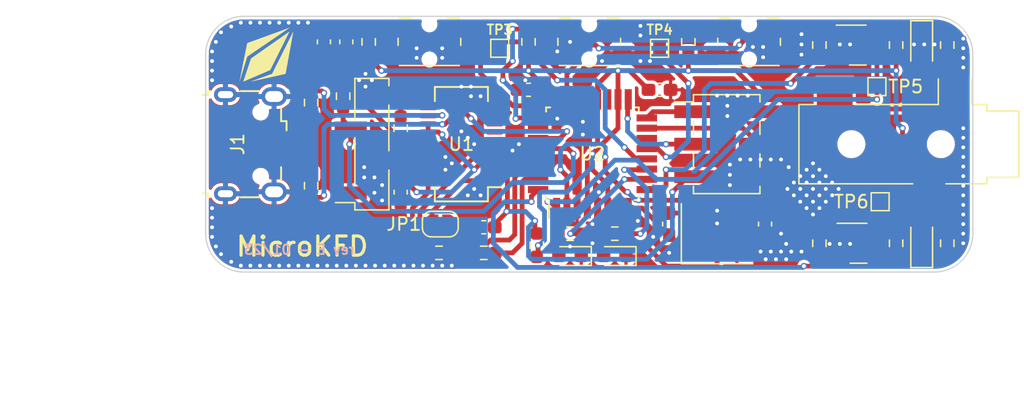
<source format=kicad_pcb>
(kicad_pcb (version 20211014) (generator pcbnew)
  (title_block (title "MicroKFD") (date "2023-01-18") (rev "E") (company "W3AXL") (comment 1 "Revised to use 328P and FT231XS"))
  (layers (0 "F.Cu" signal) (31 "B.Cu" signal) (34 "B.Paste" user) (35 "F.Paste" user) (36 "B.SilkS" user "B.Silkscreen") (37 "F.SilkS" user "F.Silkscreen") (38 "B.Mask" user) (39 "F.Mask" user) (44 "Edge.Cuts" user))
  (net 0 "")
  (net 1 "GND")
  (net 2 "+5V")
  (net 3 "Net-(C5-Pad1)")
  (net 4 "Net-(C6-Pad1)")
  (net 5 "~{RESET}")
  (net 6 "Net-(C9-Pad2)")
  (net 7 "Net-(C10-Pad2)")
  (net 8 "Net-(D1-Pad2)")
  (net 9 "Net-(D2-Pad2)")
  (net 10 "TWI_D_RX")
  (net 11 "TWI_S_RX")
  (net 13 "MISO")
  (net 14 "SCK")
  (net 15 "MOSI")
  (net 16 "SCL")
  (net 17 "SDA")
  (net 18 "KFD_SENSE")
  (net 19 "KFD_DATA")
  (net 20 "Net-(JP1-Pad1)")
  (net 21 "Net-(Q1-Pad1)")
  (net 22 "Net-(Q2-Pad1)")
  (net 23 "Net-(R1-Pad2)")
  (net 24 "Net-(R2-Pad2)")
  (net 25 "S_TX")
  (net 26 "Net-(R6-Pad2)")
  (net 27 "S_RX")
  (net 28 "Net-(R7-Pad2)")
  (net 29 "Net-(R8-Pad2)")
  (net 30 "Net-(R9-Pad2)")
  (net 31 "A0")
  (net 32 "A1")
  (net 33 "TWI_D_TX")
  (net 34 "TWI_S_TX")
  (net 35 "A2")
  (net 36 "GPIO1")
  (net 37 "GPIO2")
  (net 51 "Net-(J1-Pad2)")
  (net 52 "Net-(J1-Pad3)")
  (footprint "LED_SMD:LED_0603_1608Metric_Pad1.05x0.95mm_HandSolder" (layer "F.Cu") (at 127 108.75 180)
    (fp_text reference "D2" hide)
    (fp_text value "D_ACT")
  )
  (footprint "Package_TO_SOT_SMD:SOT-23" (layer "F.Cu") (at 146.0625 107.75)
    (fp_text reference "Q2" hide)
    (fp_text value "MMBT3904")
  )
  (footprint "Capacitor_SMD:C_0603_1608Metric_Pad1.08x0.95mm_HandSolder" (layer "F.Cu") (at 138.75 106.25 90)
    (fp_text reference "C10" hide)
    (fp_text value "10pF")
  )
  (footprint "Package_SO:SSOP-20_3.9x8.7mm_P0.635mm" (layer "F.Cu") (at 115 100 180)
    (fp_text reference "U1")
    (fp_text value "FT231XS")
  )
  (footprint "Resistor_SMD:R_0603_1608Metric_Pad0.98x0.95mm_HandSolder" (layer "F.Cu") (at 105.75 96.25 90)
    (fp_text reference "R5" hide)
    (fp_text value "10k")
  )
  (footprint "Resistor_SMD:R_0603_1608Metric_Pad0.98x0.95mm_HandSolder" (layer "F.Cu") (at 116.75 108.5)
    (fp_text reference "R7" hide)
    (fp_text value "1k")
  )
  (footprint "Resistor_SMD:R_0603_1608Metric_Pad0.98x0.95mm_HandSolder" (layer "F.Cu") (at 120.25 92 -90)
    (fp_text reference "R16" hide)
    (fp_text value "10k")
  )
  (footprint "Capacitor_SMD:C_0603_1608Metric_Pad1.08x0.95mm_HandSolder" (layer "F.Cu") (at 120.25 95.75)
    (fp_text reference "C7" hide)
    (fp_text value "0.1uF")
  )
  (footprint "TestPoint:TestPoint_Pad_1.0x1.0mm" (layer "F.Cu") (at 147.5 95.5)
    (fp_text reference "TP5")
    (fp_text value "KFD_DATA")
  )
  (footprint "Resistor_SMD:R_0603_1608Metric_Pad0.98x0.95mm_HandSolder" (layer "F.Cu") (at 110.25 98.75 -90)
    (fp_text reference "R4" hide)
    (fp_text value "10k")
  )
  (footprint "Resistor_SMD:R_0603_1608Metric_Pad0.98x0.95mm_HandSolder" (layer "F.Cu") (at 143 107.75 -90)
    (fp_text reference "R13" hide)
    (fp_text value "1k")
  )
  (footprint "TestPoint:TestPoint_Pad_1.0x1.0mm" (layer "F.Cu") (at 147.75 104.5)
    (fp_text reference "TP6")
    (fp_text value "KFD_SENSE")
  )
  (footprint "Resistor_SMD:R_0603_1608Metric_Pad0.98x0.95mm_HandSolder" (layer "F.Cu") (at 127 107)
    (fp_text reference "R9" hide)
    (fp_text value "1k")
  )
  (footprint "Capacitor_SMD:C_0603_1608Metric_Pad1.08x0.95mm_HandSolder" (layer "F.Cu") (at 110.25 103.75 -90)
    (fp_text reference "C5" hide)
    (fp_text value "0.1uF")
  )
  (footprint "Resistor_SMD:R_0603_1608Metric_Pad0.98x0.95mm_HandSolder" (layer "F.Cu") (at 103.25 103.25 -90)
    (fp_text reference "R2" hide)
    (fp_text value "22R")
  )
  (footprint "TestPoint:TestPoint_Pad_1.0x1.0mm" (layer "F.Cu") (at 130.5 92.5)
    (fp_text reference "TP4")
    (fp_text value "GPIO2")
  )
  (footprint "Connector_PinHeader_2.54mm:PinHeader_1x04_P2.54mm_Vertical_SMD_Pin1Right" (layer "F.Cu") (at 108 100 180)
    (fp_text reference "J3" hide)
    (fp_text value "OLED")
  )
  (footprint "Crystal:Crystal_SMD_SeikoEpson_FA238V-4Pin_3.2x2.5mm_HandSoldering" (layer "F.Cu") (at 135 107)
    (fp_text reference "Y1" hide)
    (fp_text value "16MHz")
  )
  (footprint "Connector_Audio:Jack_3.5mm_CUI_SJ-3523-SMT_Horizontal" (layer "F.Cu") (at 150 100 -90)
    (fp_text reference "J4" hide)
    (fp_text value "AudioJack3")
  )
  (footprint "LED_SMD:LED_0603_1608Metric_Pad1.05x0.95mm_HandSolder" (layer "F.Cu") (at 123.5 108.75 180)
    (fp_text reference "D1" hide)
    (fp_text value "D_SNS")
  )
  (footprint "Capacitor_SMD:C_0603_1608Metric_Pad1.08x0.95mm_HandSolder" (layer "F.Cu") (at 130.5 95.75 180)
    (fp_text reference "C8" hide)
    (fp_text value "0.1uF")
  )
  (footprint "Package_QFP:TQFP-32_7x7mm_P0.8mm" (layer "F.Cu") (at 125.25 100.75 90)
    (fp_text reference "U2")
    (fp_text value "ATmega328P-A")
  )
  (footprint "Capacitor_SMD:C_0603_1608Metric_Pad1.08x0.95mm_HandSolder" (layer "F.Cu") (at 106 92 90)
    (fp_text reference "C2" hide)
    (fp_text value "0.1uF")
  )
  (footprint "Connector_USB:USB_Micro-B_Wuerth_629105150521" (layer "F.Cu") (at 98.5 100 -90)
    (fp_text reference "J1")
    (fp_text value "USB_B_Micro")
  )
  (footprint "Resistor_SMD:R_0603_1608Metric_Pad0.98x0.95mm_HandSolder" (layer "F.Cu") (at 149 92.25 -90)
    (fp_text reference "R14" hide)
    (fp_text value "10k")
  )
  (footprint "TestPoint:TestPoint_Pad_1.0x1.0mm" (layer "F.Cu") (at 118 92.5)
    (fp_text reference "TP3")
    (fp_text value "GPIO1")
  )
  (footprint "Jumper:SolderJumper-2_P1.3mm_Bridged_RoundedPad1.0x1.5mm" (layer "F.Cu") (at 113.35 106.25)
    (fp_text reference "JP1")
    (fp_text value "RST_EN")
  )
  (footprint "Button_Switch_SMD:Panasonic_EVQPUM_EVQPUD" (layer "F.Cu") (at 137.5 92)
    (fp_text reference "SW1" hide)
    (fp_text value "SW_UP")
  )
  (footprint "Capacitor_SMD:C_0603_1608Metric_Pad1.08x0.95mm_HandSolder" (layer "F.Cu") (at 104.25 92 90)
    (fp_text reference "C4" hide)
    (fp_text value "10uF")
  )
  (footprint "Resistor_SMD:R_0603_1608Metric_Pad0.98x0.95mm_HandSolder" (layer "F.Cu") (at 123.5 107)
    (fp_text reference "R8" hide)
    (fp_text value "1k")
  )
  (footprint "w3axl-logos:logo-4.2x4.2" (layer "F.Cu") (at 99.75 93)
    (fp_text reference "G***" hide)
    (fp_text value "LOGO" hide)
  )
  (footprint "Resistor_SMD:R_0603_1608Metric_Pad0.98x0.95mm_HandSolder" (layer "F.Cu") (at 120.9 107.9 -90)
    (fp_text reference "R3" hide)
    (fp_text value "10k")
  )
  (footprint "Resistor_SMD:R_0603_1608Metric_Pad0.98x0.95mm_HandSolder" (layer "F.Cu") (at 113.25 108.5)
    (fp_text reference "R6" hide)
    (fp_text value "1k")
  )
  (footprint "Diode_SMD:D_SOD-323_HandSoldering" (layer "F.Cu") (at 151 92.25 -90)
    (fp_text reference "D3" hide)
    (fp_text value "6.3V")
  )
  (footprint "Capacitor_SMD:C_0603_1608Metric_Pad1.08x0.95mm_HandSolder" (layer "F.Cu") (at 131.25 106.25 -90)
    (fp_text reference "C9" hide)
    (fp_text value "10pF")
  )
  (footprint "Resistor_SMD:R_0603_1608Metric_Pad0.98x0.95mm_HandSolder" (layer "F.Cu") (at 132.75 92 -90)
    (fp_text reference "R10" hide)
    (fp_text value "10k")
  )
  (footprint "Button_Switch_SMD:Panasonic_EVQPUM_EVQPUD" (layer "F.Cu") (at 125 92)
    (fp_text reference "SW3" hide)
    (fp_text value "SW_ENT")
  )
  (footprint "Resistor_SMD:R_0603_1608Metric_Pad0.98x0.95mm_HandSolder" (layer "F.Cu") (at 149 107.75 90)
    (fp_text reference "R15" hide)
    (fp_text value "10k")
  )
  (footprint "Resistor_SMD:R_0603_1608Metric_Pad0.98x0.95mm_HandSolder" (layer "F.Cu") (at 103.25 96.75 90)
    (fp_text reference "R1" hide)
    (fp_text value "22R")
  )
  (footprint "Connector_PinHeader_2.54mm:PinHeader_2x03_P2.54mm_Vertical_SMD" (layer "F.Cu") (at 135.75 100)
    (fp_text reference "J2" hide)
    (fp_text value "AVR-ISP-6")
  )
  (footprint "Resistor_SMD:R_0603_1608Metric_Pad0.98x0.95mm_HandSolder" (layer "F.Cu") (at 107.75 92 -90)
    (fp_text reference "R11" hide)
    (fp_text value "10k")
  )
  (footprint "Resistor_SMD:R_0603_1608Metric_Pad0.98x0.95mm_HandSolder" (layer "F.Cu") (at 143 92.25 -90)
    (fp_text reference "R12" hide)
    (fp_text value "1k")
  )
  (footprint "Resistor_SMD:R_0603_1608Metric_Pad0.98x0.95mm_HandSolder" (layer "F.Cu") (at 153 92.25 90)
    (fp_text reference "R17" hide)
    (fp_text value "220")
  )
  (footprint "Diode_SMD:D_SOD-323_HandSoldering" (layer "F.Cu") (at 151 107.75 90)
    (fp_text reference "D4" hide)
    (fp_text value "6.3V")
  )
  (footprint "Resistor_SMD:R_0603_1608Metric_Pad0.98x0.95mm_HandSolder" (layer "F.Cu") (at 153 107.75 -90)
    (fp_text reference "R18" hide)
    (fp_text value "220")
  )
  (footprint "Button_Switch_SMD:Panasonic_EVQPUM_EVQPUD" (layer "F.Cu") (at 112.5 92)
    (fp_text reference "SW2" hide)
    (fp_text value "SW_DN")
  )
  (footprint "Capacitor_SMD:C_0603_1608Metric_Pad1.08x0.95mm_HandSolder" (layer "F.Cu") (at 116.75 106.5)
    (fp_text reference "C6" hide)
    (fp_text value "0.1uF")
  )
  (footprint "Package_TO_SOT_SMD:SOT-23" (layer "F.Cu") (at 146 92.25)
    (fp_text reference "Q1" hide)
    (fp_text value "MMBT3904")
  )
  (gr_line (start 152 110) (end 98 110) (layer "Edge.Cuts") (width 0.1))
  (gr_arc (start 152 90) (mid 154.12132 90.87868) (end 155 93) (layer "Edge.Cuts") (width 0.1))
  (gr_arc (start 155 107) (mid 154.12132 109.12132) (end 152 110) (layer "Edge.Cuts") (width 0.1))
  (gr_line (start 155 93) (end 155 107) (layer "Edge.Cuts") (width 0.1))
  (gr_line (start 98 90) (end 152 90) (layer "Edge.Cuts") (width 0.1))
  (gr_line (start 95 107) (end 95 93) (layer "Edge.Cuts") (width 0.1))
  (gr_arc (start 98 110) (mid 95.87868 109.12132) (end 95 107) (layer "Edge.Cuts") (width 0.1))
  (gr_arc (start 95 93) (mid 95.87868 90.87868) (end 98 90) (layer "Edge.Cuts") (width 0.1))
  (gr_text "rev E - 01/23" (at 106.75 108.25) (layer "B.SilkS") (effects (font (size 0.75 0.75)) (justify left mirror)))
  (gr_text "MicroKFD" (at 97.25 108) (layer "F.SilkS") (effects (font (size 1.5 1.5) (thickness 0.25)) (justify left)))
  (segment (start 133.0875 105.3875) (end 133.45 105.75) (width 0.375) (layer "F.Cu") (net 1))
  (segment (start 131.25 105.3875) (end 133.0875 105.3875) (width 0.375) (layer "F.Cu") (net 1))
  (via (at 125.75 103.75) (size 0.5) (drill 0.3) (layers "F.Cu" "B.Cu") (net 1))
  (via (at 107.5 95.5) (size 0.5) (drill 0.3) (layers "F.Cu" "B.Cu") (net 1))
  (via (at 124.5 98.25) (size 0.5) (drill 0.3) (layers "F.Cu" "B.Cu") (net 1))
  (via (at 140.4 107.8) (size 0.5) (drill 0.3) (layers "F.Cu" "B.Cu") (net 1))
  (via (at 140.6 101.8) (size 0.5) (drill 0.3) (layers "F.Cu" "B.Cu") (net 1))
  (via (at 119 100.5) (size 0.5) (drill 0.3) (layers "F.Cu" "B.Cu") (net 1))
  (via (at 113.5 93.25) (size 0.5) (drill 0.3) (layers "F.Cu" "B.Cu") (net 1))
  (via (at 140 101.2) (size 0.5) (drill 0.3) (layers "F.Cu" "B.Cu") (net 1))
  (via (at 97.75 90.5) (size 0.5) (drill 0.3) (layers "F.Cu" "B.Cu") (net 1))
  (via (at 135.8 96.2) (size 0.5) (drill 0.3) (layers "F.Cu" "B.Cu") (net 1))
  (via (at 115.5 99.5) (size 0.5) (drill 0.3) (layers "F.Cu" "B.Cu") (net 1))
  (via (at 154.25 92.5) (size 0.5) (drill 0.3) (layers "F.Cu" "B.Cu") (net 1))
  (via (at 108.2 103.8) (size 0.5) (drill 0.3) (layers "F.Cu" "B.Cu") (net 1))
  (via (at 97 90.8) (size 0.5) (drill 0.3) (layers "F.Cu" "B.Cu") (net 1))
  (via (at 120 95) (size 0.5) (drill 0.3) (layers "F.Cu" "B.Cu") (net 1))
  (via (at 154.25 93.25) (size 0.5) (drill 0.3) (layers "F.Cu" "B.Cu") (net 1))
  (via (at 143.8 107.8) (size 0.5) (drill 0.3) (layers "F.Cu" "B.Cu") (net 1))
  (via (at 143 104) (size 0.5) (drill 0.3) (layers "F.Cu" "B.Cu") (net 1))
  (via (at 137.8 92.4) (size 0.5) (drill 0.3) (layers "F.Cu" "B.Cu") (net 1))
  (via (at 113.75 102) (size 0.5) (drill 0.3) (layers "F.Cu" "B.Cu") (net 1))
  (via (at 139.2 101.2) (size 0.5) (drill 0.3) (layers "F.Cu" "B.Cu") (net 1))
  (via (at 136 101.6) (size 0.5) (drill 0.3) (layers "F.Cu" "B.Cu") (net 1))
  (via (at 108 95) (size 0.5) (drill 0.3) (layers "F.Cu" "B.Cu") (net 1))
  (via (at 103.75 109.5) (size 0.5) (drill 0.3) (layers "F.Cu" "B.Cu") (net 1))
  (via (at 108.8 103.2) (size 0.5) (drill 0.3) (layers "F.Cu" "B.Cu") (net 1))
  (via (at 102.25 109.5) (size 0.5) (drill 0.3) (layers "F.Cu" "B.Cu") (net 1))
  (via (at 140 108.4) (size 0.5) (drill 0.3) (layers "F.Cu" "B.Cu") (net 1))
  (via (at 112.75 109.5) (size 0.5) (drill 0.3) (layers "F.Cu" "B.Cu") (net 1))
  (via (at 106 109.5) (size 0.5) (drill 0.3) (layers "F.Cu" "B.Cu") (net 1))
  (via (at 150.4 92.2) (size 0.5) (drill 0.3) (layers "F.Cu" "B.Cu") (net 1))
  (via (at 142.5 101.5) (size 0.5) (drill 0.3) (layers "F.Cu" "B.Cu") (net 1))
  (via (at 110.5 109.5) (size 0.5) (drill 0.3) (layers "F.Cu" "B.Cu") (net 1))
  (via (at 136 102.4) (size 0.5) (drill 0.3) (layers "F.Cu" "B.Cu") (net 1))
  (via (at 142 104) (size 0.5) (drill 0.3) (layers "F.Cu" "B.Cu") (net 1))
  (via (at 140.5 103.5) (size 0.5) (drill 0.3) (layers "F.Cu" "B.Cu") (net 1))
  (via (at 99.25 109.5) (size 0.5) (drill 0.3) (layers "F.Cu" "B.Cu") (net 1))
  (via (at 141.6 91.4) (size 0.5) (drill 0.3) (layers "F.Cu" "B.Cu") (net 1))
  (via (at 116.5 104) (size 0.5) (drill 0.3) (layers "F.Cu" "B.Cu") (net 1))
  (via (at 115.75 96.25) (size 0.5) (drill 0.3) (layers "F.Cu" "B.Cu") (net 1))
  (via (at 129 91.5) (size 0.5) (drill 0.3) (layers "F.Cu" "B.Cu") (net 1))
  (via (at 139.6 109) (size 0.5) (drill 0.3) (layers "F.Cu" "B.Cu") (net 1))
  (via (at 107 95) (size 0.5) (drill 0.3) (layers "F.Cu" "B.Cu") (net 1))
  (via (at 131.25 108.5) (size 0.5) (drill 0.3) (layers "F.Cu" "B.Cu") (net 1))
  (via (at 142 105) (size 0.5) (drill 0.3) (layers "F.Cu" "B.Cu") (net 1))
  (via (at 139.2 108.4) (size 0.5) (drill 0.3) (layers "F.Cu" "B.Cu") (net 1))
  (via (at 154.25 105.5) (size 0.5) (drill 0.3) (layers "F.Cu" "B.Cu") (net 1))
  (via (at 154.25 101) (size 0.5) (drill 0.3) (layers "F.Cu" "B.Cu") (net 1))
  (via (at 141.5 104.5) (size 0.5) (drill 0.3) (layers "F.Cu" "B.Cu") (net 1))
  (via (at 107.4 101.8) (size 0.5) (drill 0.3) (layers "F.Cu" "B.Cu") (net 1))
  (via (at 96.2 91.25) (size 0.5) (drill 0.3) (layers "F.Cu" "B.Cu") (net 1))
  (via (at 141.6 108.4) (size 0.5) (drill 0.3) (layers "F.Cu" "B.Cu") (net 1))
  (via (at 136.6 96.2) (size 0.5) (drill 0.3) (layers "F.Cu" "B.Cu") (net 1))
  (via (at 143 102) (size 0.5) (drill 0.3) (layers "F.Cu" "B.Cu") (net 1))
  (via (at 144.6 92.2) (size 0.5) (drill 0.3) (layers "F.Cu" "B.Cu") (net 1))
  (via (at 100 90.5) (size 0.5) (drill 0.3) (layers "F.Cu" "B.Cu") (net 1))
  (via (at 95.5 95) (size 0.5) (drill 0.3) (layers "F.Cu" "B.Cu") (net 1))
  (via (at 138.4 108.4) (size 0.5) (drill 0.3) (layers "F.Cu" "B.Cu") (net 1))
  (via (at 109.75 109.5) (size 0.5) (drill 0.3) (layers "F.Cu" "B.Cu") (net 1))
  (via (at 115 99) (size 0.5) (drill 0.3) (layers "F.Cu" "B.Cu") (net 1))
  (via (at 95.5 93.5) (size 0.5) (drill 0.3) (layers "F.Cu" "B.Cu") (net 1))
  (via (at 137.6 101.2) (size 0.5) (drill 0.3) (layers "F.Cu" "B.Cu") (net 1))
  (via (at 108.8 104.4) (size 0.5) (drill 0.3) (layers "F.Cu" "B.Cu") (net 1))
  (via (at 109 109.5) (size 0.5) (drill 0.3) (layers "F.Cu" "B.Cu") (net 1))
  (via (at 119.5 100) (size 0.5) (drill 0.3) (layers "F.Cu" "B.Cu") (net 1))
  (via (at 129 90.75) (size 0.5) (drill 0.3) (layers "F.Cu" "B.Cu") (net 1))
  (via (at 112 109.5) (size 0.5) (drill 0.3) (layers "F.Cu" "B.Cu") (net 1))
  (via (at 154.25 91.75) (size 0.5) (drill 0.3) (layers "F.Cu" "B.Cu") (net 1))
  (via (at 95.5 92.75) (size 0.5) (drill 0.3) (layers "F.Cu" "B.Cu") (net 1))
  (via (at 141.6 92.2) (size 0.5) (drill 0.3) (layers "F.Cu" "B.Cu") (net 1))
  (via (at 142.5 105.5) (size 0.5) (drill 0.3) (layers "F.Cu" "B.Cu") (net 1))
  (via (at 101.5 109.5) (size 0.5) (drill 0.3) (layers "F.Cu" "B.Cu") (net 1))
  (via (at 103 90.5) (size 0.5) (drill 0.3) (layers "F.Cu" "B.Cu") (net 1))
  (via (at 140.8 108.4) (size 0.5) (drill 0.3) (layers "F.Cu" "B.Cu") (net 1))
  (via (at 145.4 107.8) (size 0.5) (drill 0.3) (layers "F.Cu" "B.Cu") (net 1))
  (via (at 140 107) (size 0.5) (drill 0.3) (layers "F.Cu" "B.Cu") (net 1))
  (via (at 95.5 105.75) (size 0.5) (drill 0.3) (layers "F.Cu" "B.Cu") (net 1))
  (via (at 154.25 94) (size 0.5) (drill 0.3) (layers "F.Cu" "B.Cu") (net 1))
  (via (at 95.8 108) (size 0.5) (drill 0.3) (layers "F.Cu" "B.Cu") (net 1))
  (via (at 114.25 101.5) (size 0.5) (drill 0.3) (layers "F.Cu" "B.Cu") (net 1))
  (via (at 154.25 98.75) (size 0.5) (drill 0.3) (layers "F.Cu" "B.Cu") (net 1))
  (via (at 95.5 106.5) (size 0.5) (drill 0.3) (layers "F.Cu" "B.Cu") (net 1))
  (via (at 138.4 101.2) (size 0.5) (drill 0.3) (layers "F.Cu" "B.Cu") (net 1))
  (via (at 154.25 104.75) (size 0.5) (drill 0.3) (layers "F.Cu" "B.Cu") (net 1))
  (via (at 130 107.25) (size 0.5) (drill 0.3) (layers "F.Cu" "B.Cu") (net 1))
  (via (at 154.25 101.75) (size 0.5) (drill 0.3) (layers "F.Cu" "B.Cu") (net 1))
  (via (at 115 95.5) (size 0.5) (drill 0.3) (layers "F.Cu" "B.Cu") (net 1))
  (via (at 126 93.5) (size 0.5) (drill 0.3) (layers "F.Cu" "B.Cu") (net 1))
  (via (at 136 103.2) (size 0.5) (drill 0.3) (layers "F.Cu" "B.Cu") (net 1))
  (via (at 116.5 96.25) (size 0.5) (drill 0.3) (layers "F.Cu" "B.Cu") (net 1))
  (via (at 143.5 104.5) (size 0.5) (drill 0.3) (layers "F.Cu" "B.Cu") (net 1))
  (via (at 141 104) (size 0.5) (drill 0.3) (layers "F.Cu" "B.Cu") (net 1))
  (via (at 102.25 90.5) (size 0.5) (drill 0.3) (layers "F.Cu" "B.Cu") (net 1))
  (via (at 154.25 104) (size 0.5) (drill 0.3) (layers "F.Cu" "B.Cu") (net 1))
  (via (at 144 103) (size 0.5) (drill 0.3) (layers "F.Cu" "B.Cu") (net 1))
  (via (at 125.25 107.75) (size 0.5) (drill 0.3) (layers "F.Cu" "B.Cu") (net 1))
  (via (at 137.4 96.2) (size 0.5) (drill 0.3) (layers "F.Cu" "B.Cu") (net 1))
  (via (at 122.5 98) (size 0.5) (drill 0.3) (layers "F.Cu" "B.Cu") (net 1))
  (via (at 143.5 103.5) (size 0.5) (drill 0.3) (layers "F.Cu" "B.Cu") (net 1))
  (via (at 105.25 109.5) (size 0.5) (drill 0.3) (layers "F.Cu" "B.Cu") (net 1))
  (via (at 107.4 102.6) (size 0.5) (drill 0.3) (layers "F.Cu" "B.Cu") (net 1))
  (via (at 124.5 99.25) (size 0.5) (drill 0.3) (layers "F.Cu" "B.Cu") (net 1))
  (via (at 113.5 109.5) (size 0.5) (drill 0.3) (layers "F.Cu" "B.Cu") (net 1))
  (via (at 98.5 90.5) (size 0.5) (drill 0.3) (layers "F.Cu" "B.Cu") (net 1))
  (via (at 154.25 106.25) (size 0.5) (drill 0.3) (layers "F.Cu" "B.Cu") (net 1))
  (via (at 141.5 102.5) (size 0.5) (drill 0.3) (layers "F.Cu" "B.Cu") (net 1))
  (via (at 107.5 94.5) (size 0.5) (drill 0.3) (layers "F.Cu" "B.Cu") (net 1))
  (via (at 95.5 105) (size 0.5) (drill 0.3) (layers "F.Cu" "B.Cu") (net 1))
  (via (at 136.8 101.2) (size 0.5) (drill 0.3) (layers "F.Cu" "B.Cu") (net 1))
  (via (at 111.25 109.5) (size 0.5) (drill 0.3) (layers "F.Cu" "B.Cu") (net 1))
  (via (at 154.25 99.5) (size 0.5) (drill 0.3) (layers "F.Cu" "B.Cu") (net 1))
  (via (at 143 105) (size 0.5) (drill 0.3) (layers "F.Cu" "B.Cu") (net 1))
  (via (at 95.8 92) (size 0.5) (drill 0.3) (layers "F.Cu" "B.Cu") (net 1))
  (via (at 151.2 92.2) (size 0.5) (drill 0.3) (layers "F.Cu" "B.Cu") (net 1))
  (via (at 135 105.2) (size 0.5) (drill 0.3) (layers "F.Cu" "B.Cu") (net 1))
  (via (at 142 102) (size 0.5) (drill 0.3) (layers "F.Cu" "B.Cu") (net 1))
  (via (at 142 103) (size 0.5) (drill 0.3) (layers "F.Cu" "B.Cu") (net 1))
  (via (at 140.4 109) (size 0.5) (drill 0.3) (layers "F.Cu" "B.Cu") (net 1))
  (via (at 135.8 97.8) (size 0.5) (drill 0.3) (layers "F.Cu" "B.Cu") (net 1))
  (via (at 142.5 104.5) (size 0.5) (drill 0.3) (layers "F.Cu" "B.Cu") (net 1))
  (via (at 116 103.5) (size 0.5) (drill 0.3) (layers "F.Cu" "B.Cu") (net 1))
  (via (at 122.5 92.75) (size 0.5) (drill 0.3) (layers "F.Cu" "B.Cu") (net 1))
  (via (at 115.75 95.5) (size 0.5) (drill 0.3) (layers "F.Cu" "B.Cu") (net 1))
  (via (at 96.2 108.6) (size 0.5) (drill 0.3) (layers "F.Cu" "B.Cu") (net 1))
  (via (at 108.25 109.5) (size 0.5) (drill 0.3) (layers "F.Cu" "B.Cu") (net 1))
  (via (at 143 103) (size 0.5) (drill 0.3) (layers "F.Cu" "B.Cu") (net 1))
  (via (at 123.5 92) (size 0.5) (drill 0.3) (layers "F.Cu" "B.Cu") (net 1))
  (via (at 128.8 106) (size 0.5) (drill 0.3) (layers "F.Cu" "B.Cu") (net 1))
  (via (at 103 109.5) (size 0.5) (drill 0.3) (layers "F.Cu" "B.Cu") (net 1))
  (via (at 135 106.2) (size 0.5) (drill 0.3) (layers "F.Cu" "B.Cu") (net 1))
  (via (at 138.6 92.4) (size 0.5) (drill 0.3) (layers "F.Cu" "B.Cu") (net 1))
  (via (at 138.6 93.2) (size 0.5) (drill 0.3) (layers "F.Cu" "B.Cu") (net 1))
  (via (at 154.25 103.25) (size 0.5) (drill 0.3) (layers "F.Cu" "B.Cu") (net 1))
  (via (at 101.5 90.5) (size 0.5) (drill 0.3) (layers "F.Cu" "B.Cu") (net 1))
  (via (at 97 109.2) (size 0.5) (drill 0.3) (layers "F.Cu" "B.Cu") (net 1))
  (via (at 141 103) (size 0.5) (drill 0.3) (layers "F.Cu" "B.Cu") (net 1))
  (via (at 144 104) (size 0.5) (drill 0.3) (layers "F.Cu" "B.Cu") (net 1))
  (via (at 123.5 108) (size 0.5) (drill 0.3) (layers "F.Cu" "B.Cu") (net 1))
  (via (at 115.5 104) (size 0.5) (drill 0.3) (layers "F.Cu" "B.Cu") (net 1))
  (via (at 141.6 93) (size 0.5) (drill 0.3) (layers "F.Cu" "B.Cu") (net 1))
  (via (at 129 93.5) (size 0.5) (drill 0.3) (layers "F.Cu" "B.Cu") (net 1))
  (via (at 100 109.5) (size 0.5) (drill 0.3) (layers "F.Cu" "B.Cu") (net 1))
  (via (at 100.75 90.5) (size 0.5) (drill 0.3) (layers "F.Cu" "B.Cu") (net 1))
  (via (at 113.5 92.5) (size 0.5) (drill 0.3) (layers "F.Cu" "B.Cu") (net 1))
  (via (at 144.6 107.8) (size 0.5) (drill 0.3) (layers "F.Cu" "B.Cu") (net 1))
  (via (at 154.25 107.75) (size 0.5) (drill 0.3) (layers "F.Cu" "B.Cu") (net 1))
  (via (at 125.25 106.25) (size 0.5) (drill 0.3) (layers "F.Cu" "B.Cu") (net 1))
  (via (at 97.75 109.5) (size 0.5) (drill 0.3) (layers "F.Cu" "B.Cu") (net 1))
  (via (at 142.5 103.5) (size 0.5) (drill 0.3) (layers "F.Cu" "B.Cu") (net 1))
  (via (at 98.5 109.5) (size 0.5) (drill 0.3) (layers "F.Cu" "B.Cu") (net 1))
  (via (at 100.75 109.5) (size 0.5) (drill 0.3) (layers "F.Cu" "B.Cu") (net 1))
  (via (at 113.75 101) (size 0.5) (drill 0.3) (layers "F.Cu" "B.Cu") (net 1))
  (via (at 143.5 102.5) (size 0.5) (drill 0.3) (layers "F.Cu" "B.Cu") (net 1))
  (via (at 144.5 103.5) (size 0.5) (drill 0.3) (layers "F.Cu" "B.Cu") (net 1))
  (via (at 135.8 97) (size 0.5) (drill 0.3) (layers "F.Cu" "B.Cu") (net 1))
  (via (at 145.4 92.2) (size 0.5) (drill 0.3) (layers "F.Cu" "B.Cu") (net 1))
  (via (at 154.25 100.25) (size 0.5) (drill 0.3) (layers "F.Cu" "B.Cu") (net 1))
  (via (at 114.25 109.5) (size 0.5) (drill 0.3) (layers "F.Cu" "B.Cu") (net 1))
  (via (at 99.25 90.5) (size 0.5) (drill 0.3) (layers "F.Cu" "B.Cu") (net 1))
  (via (at 138.8 109) (size 0.5) (drill 0.3) (layers "F.Cu" "B.Cu") (net 1))
  (via (at 95.5 107.25) (size 0.5) (drill 0.3) (layers "F.Cu" "B.Cu") (net 1))
  (via (at 95.5 94.25) (size 0.5) (drill 0.3) (layers "F.Cu" "B.Cu") (net 1))
  (via (at 111.5 92.5) (size 0.5) (drill 0.3) (layers "F.Cu" "B.Cu") (net 1))
  (via (at 116 100) (size 0.5) (drill 0.3) (layers "F.Cu" "B.Cu") (net 1))
  (via (at 135 96.2) (size 0.5) (drill 0.3) (layers "F.Cu" "B.Cu") (net 1))
  (via (at 104.5 109.5) (size 0.5) (drill 0.3) (layers "F.Cu" "B.Cu") (net 1))
  (via (at 141.5 103.5) (size 0.5) (drill 0.3) (layers "F.Cu" "B.Cu") (net 1))
  (via (at 152 92.2) (size 0.5) (drill 0.3) (layers "F.Cu" "B.Cu") (net 1))
  (via (at 129.75 93.5) (size 0.5) (drill 0.3) (layers "F.Cu" "B.Cu") (net 1))
  (via (at 111.5 93.25) (size 0.5) (drill 0.3) (layers "F.Cu" "B.Cu") (net 1))
  (via (at 107.5 109.5) (size 0.5) (drill 0.3) (layers "F.Cu" "B.Cu") (net 1))
  (via (at 154.25 102.5) (size 0.5) (drill 0.3) (layers "F.Cu" "B.Cu") (net 1))
  (via (at 106.75 109.5) (size 0.5) (drill 0.3) (layers "F.Cu" "B.Cu") (net 1))
  (via (at 142.5 102.5) (size 0.5) (drill 0.3) (layers "F.Cu" "B.Cu") (net 1))
  (via (at 154.25 107) (size 0.5) (drill 0.3) (layers "F.Cu" "B.Cu") (net 1))
  (via (at 108.2 102.6) (size 0.5) (drill 0.3) (layers "F.Cu" "B.Cu") (net 1))
  (segment (start 149.5 106.3375) (end 149 106.8375) (width 0.375) (layer "F.Cu") (net 2))
  (segment (start 126.45 105) (end 126.45 103.2) (width 0.375) (layer "F.Cu") (net 2))
  (segment (start 112.38 99.6625) (end 112.4 99.6825) (width 0.375) (layer "F.Cu") (net 2))
  (segment (start 121 108.7125) (end 120.9 108.8125) (width 0.375) (layer "F.Cu") (net 2))
  (segment (start 138.275 97.46) (end 138.275 96.025) (width 0.375) (layer "F.Cu") (net 2))
  (segment (start 101.05 98.7) (end 102 97.75) (width 0.375) (layer "F.Cu") (net 2))
  (segment (start 126.45 103.2) (end 125.25 102) (width 0.375) (layer "F.Cu") (net 2))
  (segment (start 124.85 101.15) (end 125.25 100.75) (width 0.375) (layer "F.Cu") (net 2))
  (segment (start 105.75 95.3375) (end 105.75 94.9125) (width 0.375) (layer "F.Cu") (net 2))
  (segment (start 127.25 98.75) (end 125.25 100.75) (width 0.375) (layer "F.Cu") (net 2))
  (segment (start 102.5 94.5) (end 104.9125 94.5) (width 0.375) (layer "F.Cu") (net 2))
  (segment (start 107.75 93.25) (end 108.75 94.25) (width 0.375) (layer "F.Cu") (net 2))
  (segment (start 127.25 96.5) (end 127.25 94.25) (width 0.375) (layer "F.Cu") (net 2))
  (segment (start 106 92.8625) (end 104.25 92.8625) (width 0.375) (layer "F.Cu") (net 2))
  (segment (start 121.1125 95.75) (end 121.1125 95.1125) (width 0.375) (layer "F.Cu") (net 2))
  (segment (start 107.75 92.9125) (end 106.05 92.9125) (width 0.375) (layer "F.Cu") (net 2))
  (segment (start 104.9125 94.5) (end 105.75 95.3375) (width 0.375) (layer "F.Cu") (net 2))
  (segment (start 125.65 96.5) (end 125.65 100.35) (width 0.375) (layer "F.Cu") (net 2))
  (segment (start 125.25 102) (end 125.25 100.75) (width 0.375) (layer "F.Cu") (net 2))
  (segment (start 149 94.25) (end 149 93.1625) (width 0.375) (layer "F.Cu") (net 2))
  (segment (start 124.85 105) (end 124.85 101.15) (width 0.375) (layer "F.Cu") (net 2))
  (segment (start 107.75 92.9125) (end 107.75 93.25) (width 0.375) (layer "F.Cu") (net 2))
  (segment (start 132.75 92.9125) (end 132.75 94.25) (width 0.375) (layer "F.Cu") (net 2))
  (segment (start 105.925 95.3375) (end 110.25 99.6625) (width 0.375) (layer "F.Cu") (net 2))
  (segment (start 125.65 100.35) (end 125.25 100.75) (width 0.375) (layer "F.Cu") (net 2))
  (segment (start 128.1375 94.25) (end 127.25 94.25) (width 0.375) (layer "F.Cu") (net 2))
  (segment (start 136.5 94.25) (end 132.75 94.25) (width 0.375) (layer "F.Cu") (net 2))
  (segment (start 102 97.75) (end 102 95) (width 0.375) (layer "F.Cu") (net 2))
  (segment (start 121.1125 95.1125) (end 120.25 94.25) (width 0.375) (layer "F.Cu") (net 2))
  (segment (start 110.25 100.675) (end 109.655 101.27) (width 0.375) (layer "F.Cu") (net 2))
  (segment (start 138.275 96.025) (end 136.5 94.25) (width 0.375) (layer "F.Cu") (net 2))
  (segment (start 100.4 98.7) (end 101.05 98.7) (width 0.375) (layer "F.Cu") (net 2))
  (segment (start 110.25 99.6625) (end 110.25 100.675) (width 0.375) (layer "F.Cu") (net 2))
  (segment (start 125.65 95.325) (end 126.725 94.25) (width 0.375) (layer "F.Cu") (net 2))
  (segment (start 121 107.9245) (end 121 108.7125) (width 0.375) (layer "F.Cu") (net 2))
  (segment (start 105.75 94.9125) (end 107.75 92.9125) (width 0.375) (layer "F.Cu") (net 2))
  (segment (start 129.6375 95.75) (end 128.1375 94.25) (width 0.375) (layer "F.Cu") (net 2))
  (segment (start 120.25 92.9125) (end 120.25 94.25) (width 0.375) (layer "F.Cu") (net 2))
  (segment (start 149.5 98.75) (end 149.5 106.3375) (width 0.375) (layer "F.Cu") (net 2))
  (segment (start 105.75 95.3375) (end 105.925 95.3375) (width 0.375) (layer "F.Cu") (net 2))
  (segment (start 126.725 94.25) (end 127.25 94.25) (width 0.375) (layer "F.Cu") (net 2))
  (segment (start 125.65 96.5) (end 125.65 95.325) (width 0.375) (layer "F.Cu") (net 2))
  (segment (start 102 95) (end 102.5 94.5) (width 0.375) (layer "F.Cu") (net 2))
  (segment (start 106.05 92.9125) (end 106 92.8625) (width 0.375) (layer "F.Cu") (net 2))
  (segment (start 127.25 96.5) (end 127.25 98.75) (width 0.375) (layer "F.Cu") (net 2))
  (segment (start 110.25 99.6625) (end 112.38 99.6625) (width 0.375) (layer "F.Cu") (net 2))
  (via (at 149 94.25) (size 0.5) (drill 0.3) (layers "F.Cu" "B.Cu") (net 2))
  (via (at 149.5 98.75) (size 0.5) (drill 0.3) (layers "F.Cu" "B.Cu") (net 2))
  (via (at 121 107.9245) (size 0.5) (drill 0.3) (layers "F.Cu" "B.Cu") (net 2))
  (via (at 108.75 94.25) (size 0.5) (drill 0.3) (layers "F.Cu" "B.Cu") (net 2))
  (via (at 127.25 94.25) (size 0.5) (drill 0.3) (layers "F.Cu" "B.Cu") (net 2))
  (via (at 132.75 94.25) (size 0.5) (drill 0.3) (layers "F.Cu" "B.Cu") (net 2))
  (via (at 120.25 94.25) (size 0.5) (drill 0.3) (layers "F.Cu" "B.Cu") (net 2))
  (via (at 125.25 100.75) (size 0.5) (drill 0.3) (layers "F.Cu" "B.Cu") (net 2))
  (segment (start 127.25 94.25) (end 132.75 94.25) (width 0.375) (layer "B.Cu") (net 2))
  (segment (start 121 107.9245) (end 121.0755 107.9245) (width 0.375) (layer "B.Cu") (net 2))
  (segment (start 121.25 103.75) (end 123.25 103.75) (width 0.375) (layer "B.Cu") (net 2))
  (segment (start 120.25 94.25) (end 127.25 94.25) (width 0.375) (layer "B.Cu") (net 2))
  (segment (start 121.1125 104.8625) (end 121.1125 103.8875) (width 0.375) (layer "B.Cu") (net 2))
  (segment (start 121.5 107.5) (end 121.5 105.25) (width 0.375) (layer "B.Cu") (net 2))
  (segment (start 149 94.25) (end 149 98.25) (width 0.375) (layer "B.Cu") (net 2))
  (segment (start 121.0755 107.9245) (end 121.5 107.5) (width 0.375) (layer "B.Cu") (net 2))
  (segment (start 125.25 101.75) (end 125.25 100.75) (width 0.375) (layer "B.Cu") (net 2))
  (segment (start 132.75 94.25) (end 149 94.25) (width 0.375) (layer "B.Cu") (net 2))
  (segment (start 121.5 105.25) (end 121.1125 104.8625) (width 0.375) (layer "B.Cu") (net 2))
  (segment (start 123.25 103.75) (end 125.25 101.75) (width 0.375) (layer "B.Cu") (net 2))
  (segment (start 121.1125 103.8875) (end 121.25 103.75) (width 0.375) (layer "B.Cu") (net 2))
  (segment (start 108.75 94.25) (end 120.25 94.25) (width 0.375) (layer "B.Cu") (net 2))
  (segment (start 149 98.25) (end 149.5 98.75) (width 0.375) (layer "B.Cu") (net 2))
  (segment (start 116.4125 101.5875) (end 116 102) (width 0.375) (layer "F.Cu") (net 3))
  (segment (start 112.4 98.4125) (end 112.4 99.0475) (width 0.375) (layer "F.Cu") (net 3))
  (segment (start 110.6375 102.8875) (end 111.5 103.75) (width 0.375) (layer "F.Cu") (net 3))
  (segment (start 113.196435 99.0475) (end 112.4 99.0475) (width 0.375) (layer "F.Cu") (net 3))
  (segment (start 110.25 102.8875) (end 110.6375 102.8875) (width 0.375) (layer "F.Cu") (net 3))
  (segment (start 113.398935 99.25) (end 113.196435 99.0475) (width 0.375) (layer "F.Cu") (net 3))
  (segment (start 113.5 99.25) (end 113.398935 99.25) (width 0.375) (layer "F.Cu") (net 3))
  (segment (start 117.6 101.5875) (end 116.4125 101.5875) (width 0.375) (layer "F.Cu") (net 3))
  (via (at 111.5 103.75) (size 0.5) (drill 0.3) (layers "F.Cu" "B.Cu") (net 3))
  (via (at 116 102) (size 0.5) (drill 0.3) (layers "F.Cu" "B.Cu") (net 3))
  (via (at 113.5 99.25) (size 0.5) (drill 0.3) (layers "F.Cu" "B.Cu") (net 3))
  (segment (start 116 102) (end 114.25 103.75) (width 0.375) (layer "B.Cu") (net 3))
  (segment (start 116 102) (end 113.5 99.5) (width 0.375) (layer "B.Cu") (net 3))
  (segment (start 113.5 99.5) (end 113.5 99.25) (width 0.375) (layer "B.Cu") (net 3))
  (segment (start 114.25 103.75) (end 111.5 103.75) (width 0.375) (layer "B.Cu") (net 3))
  (segment (start 114 106.25) (end 115.8875 106.25) (width 0.375) (layer "F.Cu") (net 4))
  (segment (start 132.475 102.54) (end 132.475 102.775) (width 0.375) (layer "F.Cu") (net 5))
  (segment (start 132.475 102.775) (end 131.5 103.75) (width 0.375) (layer "F.Cu") (net 5))
  (segment (start 120.75 106.8375) (end 120.9 106.9875) (width 0.375) (layer "F.Cu") (net 5))
  (segment (start 119.811828 101.15) (end 118.6 102.361828) (width 0.375) (layer "F.Cu") (net 5))
  (segment (start 118.6 105.2625) (end 117.6125 106.25) (width 0.375) (layer "F.Cu") (net 5))
  (segment (start 118.6 102.361828) (end 118.6 105.2625) (width 0.375) (layer "F.Cu") (net 5))
  (segment (start 121 101.15) (end 119.811828 101.15) (width 0.375) (layer "F.Cu") (net 5))
  (segment (start 120.75 106) (end 120.75 106.8375) (width 0.375) (layer "F.Cu") (net 5))
  (via (at 120.75 106) (size 0.5) (drill 0.3) (layers "F.Cu" "B.Cu") (net 5))
  (via (at 118.538 105.2625) (size 0.5) (drill 0.3) (layers "F.Cu" "B.Cu") (net 5))
  (via (at 131.5 103.75) (size 0.5) (drill 0.3) (layers "F.Cu" "B.Cu") (net 5))
  (segment (start 120.0125 105.2625) (end 120.75 106) (width 0.375) (layer "B.Cu") (net 5))
  (segment (start 120.25 108.75) (end 120.25 106.5) (width 0.375) (layer "B.Cu") (net 5))
  (segment (start 118.538 105.2625) (end 120.0125 105.2625) (width 0.375) (layer "B.Cu") (net 5))
  (segment (start 129.5 109) (end 120.5 109) (width 0.375) (layer "B.Cu") (net 5))
  (segment (start 131.5 103.75) (end 131.5 107) (width 0.375) (layer "B.Cu") (net 5))
  (segment (start 120.25 106.5) (end 120.75 106) (width 0.375) (layer "B.Cu") (net 5))
  (segment (start 120.5 109) (end 120.25 108.75) (width 0.375) (layer "B.Cu") (net 5))
  (segment (start 131.5 107) (end 129.5 109) (width 0.375) (layer "B.Cu") (net 5))
  (segment (start 132.3875 108.25) (end 131.25 107.1125) (width 0.375) (layer "F.Cu") (net 6))
  (segment (start 131.25 107.1125) (end 129.1375 105) (width 0.375) (layer "F.Cu") (net 6))
  (segment (start 133.45 108.25) (end 132.3875 108.25) (width 0.375) (layer "F.Cu") (net 6))
  (segment (start 129.1375 105) (end 128.05 105) (width 0.375) (layer "F.Cu") (net 6))
  (segment (start 127.328617 107.8875) (end 129.3875 107.8875) (width 0.375) (layer "F.Cu") (net 7))
  (segment (start 136.9125 105.3875) (end 136.55 105.75) (width 0.375) (layer "F.Cu") (net 7))
  (segment (start 127.25 106.05) (end 127 106.3) (width 0.375) (layer "F.Cu") (net 7))
  (segment (start 135 109.425) (end 135 107.3) (width 0.375) (layer "F.Cu") (net 7))
  (segment (start 127.25 105) (end 127.25 106.05) (width 0.375) (layer "F.Cu") (net 7))
  (segment (start 138.75 105.3875) (end 136.9125 105.3875) (width 0.375) (layer "F.Cu") (net 7))
  (segment (start 129.3875 107.8875) (end 131.0375 109.5375) (width 0.375) (layer "F.Cu") (net 7))
  (segment (start 127 106.3) (end 127 107.558883) (width 0.375) (layer "F.Cu") (net 7))
  (segment (start 127 107.558883) (end 127.328617 107.8875) (width 0.375) (layer "F.Cu") (net 7))
  (segment (start 135 107.3) (end 136.55 105.75) (width 0.375) (layer "F.Cu") (net 7))
  (segment (start 131.0375 109.5375) (end 134.8875 109.5375) (width 0.375) (layer "F.Cu") (net 7))
  (segment (start 134.8875 109.5375) (end 135 109.425) (width 0.375) (layer "F.Cu") (net 7))
  (segment (start 122.5875 107) (end 122.5875 108.7125) (width 0.375) (layer "F.Cu") (net 8))
  (segment (start 122.5875 108.7125) (end 122.625 108.75) (width 0.375) (layer "F.Cu") (net 8))
  (segment (start 126.0875 107) (end 126.0875 108.7125) (width 0.375) (layer "F.Cu") (net 9))
  (segment (start 126.0875 108.7125) (end 126.125 108.75) (width 0.375) (layer "F.Cu") (net 9))
  (segment (start 121.75 104.5) (end 121.95 104.5) (width 0.375) (layer "F.Cu") (net 10))
  (segment (start 149.3375 91) (end 149 91.3375) (width 0.375) (layer "F.Cu") (net 10))
  (segment (start 147.5 92.8125) (end 146.9375 92.25) (width 0.375) (layer "F.Cu") (net 10))
  (segment (start 147.5 95.5) (end 147.5 92.8125) (width 0.375) (layer "F.Cu") (net 10))
  (segment (start 147.5 95.5) (end 147.5 96.5) (width 0.375) (layer "F.Cu") (net 10))
  (segment (start 153 91.3375) (end 151.3375 91.3375) (width 0.375) (layer "F.Cu") (net 10))
  (segment (start 147.85 91.3375) (end 146.9375 92.25) (width 0.375) (layer "F.Cu") (net 10))
  (segment (start 151 91) (end 149.3375 91) (width 0.375) (layer "F.Cu") (net 10))
  (segment (start 149 91.3375) (end 147.85 91.3375) (width 0.375) (layer "F.Cu") (net 10))
  (segment (start 121.95 104.5) (end 122.45 105) (width 0.375) (layer "F.Cu") (net 10))
  (segment (start 151.3375 91.3375) (end 151 91) (width 0.375) (layer "F.Cu") (net 10))
  (via (at 147.5 96.5) (size 0.5) (drill 0.3) (layers "F.Cu" "B.Cu") (net 10))
  (via (at 121.75 104.5) (size 0.5) (drill 0.3) (layers "F.Cu" "B.Cu") (net 10))
  (segment (start 126.25 102) (end 123.75 104.5) (width 0.375) (layer "B.Cu") (net 10))
  (segment (start 139.75 96.5) (end 134.25 102) (width 0.375) (layer "B.Cu") (net 10))
  (segment (start 127 101.25) (end 126.25 102) (width 0.375) (layer "B.Cu") (net 10))
  (segment (start 130.5 102.75) (end 130.25 102.75) (width 0.375) (layer "B.Cu") (net 10))
  (segment (start 130.25 102.75) (end 128.75 101.25) (width 0.375) (layer "B.Cu") (net 10))
  (segment (start 123.75 104.5) (end 121.75 104.5) (width 0.375) (layer "B.Cu") (net 10))
  (segment (start 128.75 101.25) (end 127 101.25) (width 0.375) (layer "B.Cu") (net 10))
  (segment (start 134.25 102) (end 133.5 102.75) (width 0.375) (layer "B.Cu") (net 10))
  (segment (start 133.5 102.75) (end 130.5 102.75) (width 0.375) (layer "B.Cu") (net 10))
  (segment (start 147.5 96.5) (end 139.75 96.5) (width 0.375) (layer "B.Cu") (net 10))
  (segment (start 147.75 104.5) (end 147.75 107) (width 0.375) (layer "F.Cu") (net 11))
  (segment (start 147.9125 108.6625) (end 147 107.75) (width 0.375) (layer "F.Cu") (net 11))
  (segment (start 120.4755 104.0745) (end 121 103.55) (width 0.375) (layer "F.Cu") (net 11))
  (segment (start 147 107.75) (end 147 108.32264) (width 0.375) (layer "F.Cu") (net 11))
  (segment (start 149.3375 109) (end 149 108.6625) (width 0.375) (layer "F.Cu") (net 11))
  (segment (start 120.4755 104.5) (end 120.4755 104.0745) (width 0.375) (layer "F.Cu") (net 11))
  (segment (start 147.75 107) (end 147 107.75) (width 0.375) (layer "F.Cu") (net 11))
  (segment (start 147 108.32264) (end 145.78514 109.5375) (width 0.375) (layer "F.Cu") (net 11))
  (segment (start 145.78514 109.5375) (end 141.7875 109.5375) (width 0.375) (layer "F.Cu") (net 11))
  (segment (start 153 108.6625) (end 151.3375 108.6625) (width 0.375) (layer "F.Cu") (net 11))
  (segment (start 151 109) (end 149.3375 109) (width 0.375) (layer "F.Cu") (net 11))
  (segment (start 149 108.6625) (end 147.9125 108.6625) (width 0.375) (layer "F.Cu") (net 11))
  (segment (start 151.3375 108.6625) (end 151 109) (width 0.375) (layer "F.Cu") (net 11))
  (via (at 141.7875 109.5375) (size 0.5) (drill 0.3) (layers "F.Cu" "B.Cu") (net 11))
  (via (at 120.4755 104.5) (size 0.5) (drill 0.3) (layers "F.Cu" "B.Cu") (net 11))
  (segment (start 118.398938 104.5) (end 120.4755 104.5) (width 0.375) (layer "B.Cu") (net 11))
  (segment (start 119.3875 109.6375) (end 117.5 107.75) (width 0.375) (layer "B.Cu") (net 11))
  (segment (start 141.6875 109.6375) (end 119.3875 109.6375) (width 0.375) (layer "B.Cu") (net 11))
  (segment (start 141.7875 109.5375) (end 141.6875 109.6375) (width 0.375) (layer "B.Cu") (net 11))
  (segment (start 117.5 105.398938) (end 118.398938 104.5) (width 0.375) (layer "B.Cu") (net 11))
  (segment (start 117.5 107.75) (end 117.5 105.398938) (width 0.375) (layer "B.Cu") (net 11))
  (segment (start 133.225 97.46) (end 129.99 97.46) (width 0.375) (layer "F.Cu") (net 13))
  (segment (start 129.99 97.46) (end 129.5 97.95) (width 0.375) (layer "F.Cu") (net 13))
  (segment (start 128 96.55) (end 128.05 96.5) (width 0.375) (layer "F.Cu") (net 14))
  (segment (start 133.225 100) (end 131 100) (width 0.375) (layer "F.Cu") (net 14))
  (segment (start 128 98) (end 128 96.55) (width 0.375) (layer "F.Cu") (net 14))
  (via (at 128 98) (size 0.5) (drill 0.3) (layers "F.Cu" "B.Cu") (net 14))
  (via (at 131 100) (size 0.5) (drill 0.3) (layers "F.Cu" "B.Cu") (net 14))
  (segment (start 128 99) (end 128 98) (width 0.375) (layer "B.Cu") (net 14))
  (segment (start 129 100) (end 128 99) (width 0.375) (layer "B.Cu") (net 14))
  (segment (start 131 100) (end 129 100) (width 0.375) (layer "B.Cu") (net 14))
  (segment (start 129.5 98.75) (end 137.025 98.75) (width 0.375) (layer "F.Cu") (net 15))
  (segment (start 137.025 98.75) (end 138.275 100) (width 0.375) (layer "F.Cu") (net 15))
  (segment (start 106.345 98.73) (end 106.345 99.905) (width 0.375) (layer "F.Cu") (net 16))
  (segment (start 121 100.35) (end 123.35 100.35) (width 0.375) (layer "F.Cu") (net 16))
  (segment (start 105.75 98.135) (end 106.345 98.73) (width 0.375) (layer "F.Cu") (net 16))
  (segment (start 123.35 100.35) (end 123.75 100.75) (width 0.375) (layer "F.Cu") (net 16))
  (segment (start 105.75 97.1625) (end 105.75 98.135) (width 0.375) (layer "F.Cu") (net 16))
  (segment (start 106.345 99.905) (end 106.25 100) (width 0.375) (layer "F.Cu") (net 16))
  (via (at 106.25 100) (size 0.5) (drill 0.3) (layers "F.Cu" "B.Cu") (net 16))
  (via (at 123.75 100.75) (size 0.5) (drill 0.3) (layers "F.Cu" "B.Cu") (net 16))
  (segment (start 106.25 100) (end 106.25 103.25) (width 0.375) (layer "B.Cu") (net 16))
  (segment (start 106.25 103.25) (end 108.25 105.25) (width 0.375) (layer "B.Cu") (net 16))
  (segment (start 123 103) (end 123.75 102.25) (width 0.375) (layer "B.Cu") (net 16))
  (segment (start 116.75 105.25) (end 119 103) (width 0.375) (layer "B.Cu") (net 16))
  (segment (start 108.25 105.25) (end 116.75 105.25) (width 0.375) (layer "B.Cu") (net 16))
  (segment (start 123.75 102.25) (end 123.75 100.75) (width 0.375) (layer "B.Cu") (net 16))
  (segment (start 119 103) (end 123 103) (width 0.375) (layer "B.Cu") (net 16))
  (segment (start 123.25 99) (end 122.7 99.55) (width 0.375) (layer "F.Cu") (net 17))
  (segment (start 110.25 96.785) (end 109.655 96.19) (width 0.375) (layer "F.Cu") (net 17))
  (segment (start 109.655 96.19) (end 113.94 96.19) (width 0.375) (layer "F.Cu") (net 17))
  (segment (start 113.94 96.19) (end 115.75 98) (width 0.375) (layer "F.Cu") (net 17))
  (segment (start 110.25 97.8375) (end 110.25 96.785) (width 0.375) (layer "F.Cu") (net 17))
  (segment (start 122.7 99.55) (end 121 99.55) (width 0.375) (layer "F.Cu") (net 17))
  (via (at 115.75 98) (size 0.5) (drill 0.3) (layers "F.Cu" "B.Cu") (net 17))
  (via (at 123.25 99) (size 0.5) (drill 0.3) (layers "F.Cu" "B.Cu") (net 17))
  (segment (start 116.75 99) (end 123.25 99) (width 0.375) (layer "B.Cu") (net 17))
  (segment (start 115.75 98) (end 116.75 99) (width 0.375) (layer "B.Cu") (net 17))
  (segment (start 153 106.8375) (end 153 105.1) (width 0.375) (layer "F.Cu") (net 18))
  (segment (start 153 105.1) (end 151.6 103.7) (width 0.375) (layer "F.Cu") (net 18))
  (segment (start 153 93.75) (end 153 93.1625) (width 0.375) (layer "F.Cu") (net 19))
  (segment (start 149.5 97.25) (end 153 93.75) (width 0.375) (layer "F.Cu") (net 19))
  (segment (start 144.3 96.3) (end 145.25 97.25) (width 0.375) (layer "F.Cu") (net 19))
  (segment (start 144.2 96.3) (end 144.3 96.3) (width 0.375) (layer "F.Cu") (net 19))
  (segment (start 145.25 97.25) (end 149.5 97.25) (width 0.375) (layer "F.Cu") (net 19))
  (segment (start 117.6 102.8575) (end 115.1425 102.8575) (width 0.375) (layer "F.Cu") (net 20))
  (segment (start 115.1425 102.8575) (end 112.7 105.3) (width 0.375) (layer "F.Cu") (net 20))
  (segment (start 112.7 105.3) (end 112.7 106.25) (width 0.375) (layer "F.Cu") (net 20))
  (segment (start 145.0625 91.3) (end 143.0375 91.3) (width 0.375) (layer "F.Cu") (net 21))
  (segment (start 143.0375 91.3) (end 143 91.3375) (width 0.375) (layer "F.Cu") (net 21))
  (segment (start 145.125 106.8) (end 143.0375 106.8) (width 0.375) (layer "F.Cu") (net 22))
  (segment (start 143.0375 106.8) (end 143 106.8375) (width 0.375) (layer "F.Cu") (net 22))
  (segment (start 104.0875 95.8375) (end 104.25 96) (width 0.375) (layer "F.Cu") (net 23))
  (segment (start 103.25 95.8375) (end 104.0875 95.8375) (width 0.375) (layer "F.Cu") (net 23))
  (segment (start 113.5 97.75) (end 112.4275 97.75) (width 0.375) (layer "F.Cu") (net 23))
  (segment (start 112.4275 97.75) (end 112.4 97.7775) (width 0.375) (layer "F.Cu") (net 23))
  (via (at 104.25 96) (size 0.5) (drill 0.3) (layers "F.Cu" "B.Cu") (net 23))
  (via (at 113.5 97.75) (size 0.5) (drill 0.3) (layers "F.Cu" "B.Cu") (net 23))
  (segment (start 104.25 97.25) (end 104.75 97.75) (width 0.375) (layer "B.Cu") (net 23))
  (segment (start 104.75 97.75) (end 113.5 97.75) (width 0.375) (layer "B.Cu") (net 23))
  (segment (start 104.25 96) (end 104.25 97.25) (width 0.375) (layer "B.Cu") (net 23))
  (segment (start 112.5425 97) (end 112.4 97.1425) (width 0.375) (layer "F.Cu") (net 24))
  (segment (start 114.25 97.901562) (end 114.25 97.598438) (width 0.375) (layer "F.Cu") (net 24))
  (segment (start 103.25 104.1625) (end 104.0875 104.1625) (width 0.375) (layer "F.Cu") (net 24))
  (segment (start 113.5 98.449503) (end 113.702059 98.449503) (width 0.375) (layer "F.Cu") (net 24))
  (segment (start 114.25 97.598438) (end 113.651562 97) (width 0.375) (layer "F.Cu") (net 24))
  (segment (start 113.702059 98.449503) (end 114.25 97.901562) (width 0.375) (layer "F.Cu") (net 24))
  (segment (start 113.651562 97) (end 112.5425 97) (width 0.375) (layer "F.Cu") (net 24))
  (segment (start 104.0875 104.1625) (end 104.25 104) (width 0.375) (layer "F.Cu") (net 24))
  (via (at 104.25 104) (size 0.5) (drill 0.3) (layers "F.Cu" "B.Cu") (net 24))
  (via (at 113.5 98.449503) (size 0.5) (drill 0.3) (layers "F.Cu" "B.Cu") (net 24))
  (segment (start 104.550497 98.449503) (end 113.5 98.449503) (width 0.375) (layer "B.Cu") (net 24))
  (segment (start 104.25 104) (end 104.25 98.75) (width 0.375) (layer "B.Cu") (net 24))
  (segment (start 104.25 98.75) (end 104.550497 98.449503) (width 0.375) (layer "B.Cu") (net 24))
  (segment (start 112.4 103.786827) (end 112.4 102.8575) (width 0.375) (layer "F.Cu") (net 25))
  (segment (start 112.186828 108.5) (end 111.175 107.488172) (width 0.375) (layer "F.Cu") (net 25))
  (segment (start 111.175 107.488172) (end 111.175 105.011827) (width 0.375) (layer "F.Cu") (net 25))
  (segment (start 112.3375 108.5) (end 112.186828 108.5) (width 0.375) (layer "F.Cu") (net 25))
  (segment (start 111.175 105.011827) (end 112.4 103.786827) (width 0.375) (layer "F.Cu") (net 25))
  (segment (start 116.75 108.041117) (end 117.291117 107.5) (width 0.375) (layer "F.Cu") (net 26))
  (segment (start 117.291117 107.5) (end 118.75 107.5) (width 0.375) (layer "F.Cu") (net 26))
  (segment (start 115.025 109.3625) (end 116.3875 109.3625) (width 0.375) (layer "F.Cu") (net 26))
  (segment (start 116.3875 109.3625) (end 116.75 109) (width 0.375) (layer "F.Cu") (net 26))
  (segment (start 116.75 109) (end 116.75 108.041117) (width 0.375) (layer "F.Cu") (net 26))
  (segment (start 118.75 107.5) (end 119.175 107.075) (width 0.375) (layer "F.Cu") (net 26))
  (segment (start 119.175 107.075) (end 119.175 102.6) (width 0.375) (layer "F.Cu") (net 26))
  (segment (start 119.825 101.95) (end 121 101.95) (width 0.375) (layer "F.Cu") (net 26))
  (segment (start 114.1625 108.5) (end 115.025 109.3625) (width 0.375) (layer "F.Cu") (net 26))
  (segment (start 119.175 102.6) (end 119.825 101.95) (width 0.375) (layer "F.Cu") (net 26))
  (segment (start 115.8375 108.5) (end 114.975 107.6375) (width 0.375) (layer "F.Cu") (net 27))
  (segment (start 116.0475 100.9525) (end 117.6 100.9525) (width 0.375) (layer "F.Cu") (net 27))
  (segment (start 111.75 107.25) (end 111.75 105.25) (width 0.375) (layer "F.Cu") (net 27))
  (segment (start 111.75 105.25) (end 116.0475 100.9525) (width 0.375) (layer "F.Cu") (net 27))
  (segment (start 112.1375 107.6375) (end 111.75 107.25) (width 0.375) (layer "F.Cu") (net 27))
  (segment (start 114.975 107.6375) (end 112.1375 107.6375) (width 0.375) (layer "F.Cu") (net 27))
  (segment (start 119.95 102.75) (end 121 102.75) (width 0.375) (layer "F.Cu") (net 28))
  (segment (start 119 108.5) (end 119.75 107.75) (width 0.375) (layer "F.Cu") (net 28))
  (segment (start 119.75 102.95) (end 119.95 102.75) (width 0.375) (layer "F.Cu") (net 28))
  (segment (start 117.6625 108.5) (end 119 108.5) (width 0.375) (layer "F.Cu") (net 28))
  (segment (start 119.75 107.75) (end 119.75 102.95) (width 0.375) (layer "F.Cu") (net 28))
  (segment (start 127.75 102.75) (end 129.5 102.75) (width 0.375) (layer "F.Cu") (net 29))
  (segment (start 124.4125 107) (end 123.5245 107) (width 0.375) (layer "F.Cu") (net 29))
  (via (at 123.5245 107) (size 0.5) (drill 0.3) (layers "F.Cu" "B.Cu") (net 29))
  (via (at 127.75 102.75) (size 0.5) (drill 0.3) (layers "F.Cu" "B.Cu") (net 29))
  (segment (start 123.5245 107) (end 123.5245 106.9755) (width 0.375) (layer "B.Cu") (net 29))
  (segment (start 123.5245 106.9755) (end 127.75 102.75) (width 0.375) (layer "B.Cu") (net 29))
  (segment (start 127.9125 107) (end 129 107) (width 0.375) (layer "F.Cu") (net 30))
  (segment (start 127.75 102) (end 129.45 102) (width 0.375) (layer "F.Cu") (net 30))
  (segment (start 129.45 102) (end 129.5 101.95) (width 0.375) (layer "F.Cu") (net 30))
  (via (at 129 107) (size 0.5) (drill 0.3) (layers "F.Cu" "B.Cu") (net 30))
  (via (at 127.75 102) (size 0.5) (drill 0.3) (layers "F.Cu" "B.Cu") (net 30))
  (segment (start 129.5 103.5) (end 128 102) (width 0.375) (layer "B.Cu") (net 30))
  (segment (start 128 102) (end 127.75 102) (width 0.375) (layer "B.Cu") (net 30))
  (segment (start 129 107) (end 129.5 106.5) (width 0.375) (layer "B.Cu") (net 30))
  (segment (start 129.5 106.5) (end 129.5 103.5) (width 0.375) (layer "B.Cu") (net 30))
  (segment (start 124 92.75) (end 124.5 92.25) (width 0.375) (layer "F.Cu") (net 31))
  (segment (start 125 92.25) (end 125.5 92.25) (width 0.375) (layer "F.Cu") (net 31))
  (segment (start 134.925 91.15) (end 136.65 91.15) (width 0.375) (layer "F.Cu") (net 31))
  (segment (start 138.35 91.15) (end 140.075 91.15) (width 0.375) (layer "F.Cu") (net 31))
  (segment (start 123.25 96.5) (end 123.25 94.5) (width 0.375) (layer "F.Cu") (net 31))
  (segment (start 134.8625 91.0875) (end 134.925 91.15) (width 0.375) (layer "F.Cu") (net 31))
  (segment (start 132.75 91.0875) (end 134.8625 91.0875) (width 0.375) (layer "F.Cu") (net 31))
  (segment (start 124.5 92.25) (end 125 92.25) (width 0.375) (layer "F.Cu") (net 31))
  (segment (start 124 93.75) (end 124 92.75) (width 0.375) (layer "F.Cu") (net 31))
  (segment (start 137 92) (end 137 91.5) (width 0.375) (layer "F.Cu") (net 31))
  (segment (start 138 91.5) (end 138.35 91.15) (width 0.375) (layer "F.Cu") (net 31))
  (segment (start 125.5 92.25) (end 125.75 92.5) (width 0.375) (layer "F.Cu") (net 31))
  (segment (start 136.75 92.25) (end 137 92) (width 0.375) (layer "F.Cu") (net 31))
  (segment (start 123.75 94) (end 124 93.75) (width 0.375) (layer "F.Cu") (net 31))
  (segment (start 136.65 91.15) (end 137 91.5) (width 0.375) (layer "F.Cu") (net 31))
  (segment (start 123.25 94.5) (end 123.75 94) (width 0.375) (layer "F.Cu") (net 31))
  (segment (start 137 91.5) (end 138 91.5) (width 0.375) (layer "F.Cu") (net 31))
  (via (at 125.75 92.5) (size 0.5) (drill 0.3) (layers "F.Cu" "B.Cu") (net 31))
  (via (at 136.75 92.25) (size 0.5) (drill 0.3) (layers "F.Cu" "B.Cu") (net 31))
  (segment (start 125.75 92.5) (end 136.5 92.5) (width 0.375) (layer "B.Cu") (net 31))
  (segment (start 136.5 92.5) (end 136.75 92.25) (width 0.375) (layer "B.Cu") (net 31))
  (segment (start 109.8625 91.0875) (end 109.925 91.15) (width 0.375) (layer "F.Cu") (net 32))
  (segment (start 113.35 91.15) (end 115.075 91.15) (width 0.375) (layer "F.Cu") (net 32))
  (segment (start 116.5 91.5) (end 116.15 91.15) (width 0.375) (layer "F.Cu") (net 32))
  (segment (start 111.4 91.15) (end 111.75 91.5) (width 0.375) (layer "F.Cu") (net 32))
  (segment (start 116.15 91.15) (end 115.075 91.15) (width 0.375) (layer "F.Cu") (net 32))
  (segment (start 111.75 91.5) (end 113 91.5) (width 0.375) (layer "F.Cu") (net 32))
  (segment (start 116.5 94.4675) (end 116.5 91.5) (width 0.375) (layer "F.Cu") (net 32))
  (segment (start 109.925 91.15) (end 111.4 91.15) (width 0.375) (layer "F.Cu") (net 32))
  (segment (start 113 91.5) (end 113.35 91.15) (width 0.375) (layer "F.Cu") (net 32))
  (segment (start 122.45 96.5) (end 121.95 97) (width 0.375) (layer "F.Cu") (net 32))
  (segment (start 121.95 97) (end 119.0325 97) (width 0.375) (layer "F.Cu") (net 32))
  (segment (start 119.0325 97) (end 116.5 94.4675) (width 0.375) (layer "F.Cu") (net 32))
  (segment (start 107.75 91.0875) (end 109.8625 91.0875) (width 0.375) (layer "F.Cu") (net 32))
  (segment (start 131 103.25) (end 130.7 103.55) (width 0.375) (layer "F.Cu") (net 33))
  (segment (start 130.7 103.55) (end 129.5 103.55) (width 0.375) (layer "F.Cu") (net 33))
  (segment (start 142.8375 93.1625) (end 140.75 95.25) (width 0.375) (layer "F.Cu") (net 33))
  (segment (start 143 93.1625) (end 142.8375 93.1625) (width 0.375) (layer "F.Cu") (net 33))
  (segment (start 131 102) (end 131 103.25) (width 0.375) (layer "F.Cu") (net 33))
  (via (at 140.75 95.25) (size 0.5) (drill 0.3) (layers "F.Cu" "B.Cu") (net 33))
  (via (at 131 102) (size 0.5) (drill 0.3) (layers "F.Cu" "B.Cu") (net 33))
  (segment (start 134 95.75) (end 134 100.5) (width 0.375) (layer "B.Cu") (net 33))
  (segment (start 132.5 102) (end 131 102) (width 0.375) (layer "B.Cu") (net 33))
  (segment (start 134.5 95.25) (end 134.25 95.5) (width 0.375) (layer "B.Cu") (net 33))
  (segment (start 134 100.5) (end 132.5 102) (width 0.375) (layer "B.Cu") (net 33))
  (segment (start 140.75 95.25) (end 134.5 95.25) (width 0.375) (layer "B.Cu") (net 33))
  (segment (start 134.25 95.5) (end 134 95.75) (width 0.375) (layer "B.Cu") (net 33))
  (segment (start 139.1125 104.3875) (end 131.25 104.3875) (width 0.375) (layer "F.Cu") (net 34))
  (segment (start 131.25 104.3875) (end 128.8875 104.3875) (width 0.375) (layer "F.Cu") (net 34))
  (segment (start 143 108.6625) (end 140.25 105.9125) (width 0.375) (layer "F.Cu") (net 34))
  (segment (start 126.25 102.151562) (end 126.25 101) (width 0.375) (layer "F.Cu") (net 34))
  (segment (start 122.75 102) (end 123.25 102.5) (width 0.375) (layer "F.Cu") (net 34))
  (segment (start 140.25 105.9125) (end 140.25 105.25) (width 0.375) (layer "F.Cu") (net 34))
  (segment (start 128 103.75) (end 127.848438 103.75) (width 0.375) (layer "F.Cu") (net 34))
  (segment (start 140.25 105.25) (end 140.25 104.75) (width 0.375) (layer "F.Cu") (net 34))
  (segment (start 123.25 102.5) (end 123.25 105) (width 0.375) (layer "F.Cu") (net 34))
  (segment (start 127.848438 103.75) (end 126.25 102.151562) (width 0.375) (layer "F.Cu") (net 34))
  (segment (start 139.5 104) (end 139.1125 104.3875) (width 0.375) (layer "F.Cu") (net 34))
  (segment (start 128.8875 104.3875) (end 128.863 104.363) (width 0.375) (layer "F.Cu") (net 34))
  (segment (start 140.25 104.75) (end 139.5 104) (width 0.375) (layer "F.Cu") (net 34))
  (via (at 126.25 101) (size 0.5) (drill 0.3) (layers "F.Cu" "B.Cu") (net 34))
  (via (at 128 103.75) (size 0.5) (drill 0.3) (layers "F.Cu" "B.Cu") (net 34))
  (via (at 128.863 104.363) (size 0.5) (drill 0.3) (layers "F.Cu" "B.Cu") (net 34))
  (via (at 122.75 102) (size 0.5) (drill 0.3) (layers "F.Cu" "B.Cu") (net 34))
  (segment (start 122.75 100.5) (end 122.75 102) (width 0.375) (layer "B.Cu") (net 34))
  (segment (start 124.5 100) (end 123.25 100) (width 0.375) (layer "B.Cu") (net 34))
  (segment (start 128.863 104.363) (end 128.613 104.363) (width 0.375) (layer "B.Cu") (net 34))
  (segment (start 123.25 100) (end 122.75 100.5) (width 0.375) (layer "B.Cu") (net 34))
  (segment (start 126 100) (end 124.5 100) (width 0.375) (layer "B.Cu") (net 34))
  (segment (start 126.25 101) (end 126.25 100.25) (width 0.375) (layer "B.Cu") (net 34))
  (segment (start 126.25 100.25) (end 126 100) (width 0.375) (layer "B.Cu") (net 34))
  (segment (start 128.613 104.363) (end 128 103.75) (width 0.375) (layer "B.Cu") (net 34))
  (segment (start 124.15 91.15) (end 124.5 91.5) (width 0.375) (layer "F.Cu") (net 35))
  (segment (start 118.25 94.25) (end 119 93.5) (width 0.375) (layer "F.Cu") (net 35))
  (segment (start 119 91) (end 120.1625 91) (width 0.375) (layer "F.Cu") (net 35))
  (segment (start 121 97.95) (end 119.3 97.95) (width 0.375) (layer "F.Cu") (net 35))
  (segment (start 124.5 91.5) (end 125.5 91.5) (width 0.375) (layer "F.Cu") (net 35))
  (segment (start 120.25 91.0875) (end 122.3625 91.0875) (width 0.375) (layer "F.Cu") (net 35))
  (segment (start 122.425 91.15) (end 124.15 91.15) (width 0.375) (layer "F.Cu") (net 35))
  (segment (start 119.3 97.95) (end 119.25 98) (width 0.375) (layer "F.Cu") (net 35))
  (segment (start 122.3625 91.0875) (end 122.425 91.15) (width 0.375) (layer "F.Cu") (net 35))
  (segment (start 125.5 91.5) (end 125.85 91.15) (width 0.375) (layer "F.Cu") (net 35))
  (segment (start 125.85 91.15) (end 127.575 91.15) (width 0.375) (layer "F.Cu") (net 35))
  (segment (start 118.25 95) (end 118.25 94.25) (width 0.375) (layer "F.Cu") (net 35))
  (segment (start 120.1625 91) (end 120.25 91.0875) (width 0.375) (layer "F.Cu") (net 35))
  (via (at 119 93.5) (size 0.5) (drill 0.3) (layers "F.Cu" "B.Cu") (net 35))
  (via (at 118.25 95) (size 0.5) (drill 0.3) (layers "F.Cu" "B.Cu") (net 35))
  (via (at 119 91) (size 0.5) (drill 0.3) (layers "F.Cu" "B.Cu") (net 35))
  (via (at 119.25 98) (size 0.5) (drill 0.3) (layers "F.Cu" "B.Cu") (net 35))
  (segment (start 119 93.5) (end 119 91) (width 0.375) (layer "B.Cu") (net 35))
  (segment (start 119.25 98) (end 119.25 96) (width 0.375) (layer "B.Cu") (net 35))
  (segment (start 119.25 96) (end 118.25 95) (width 0.375) (layer "B.Cu") (net 35))
  (segment (start 121.25 92.5) (end 121.25 93.75) (width 0.375) (layer "F.Cu") (net 36))
  (segment (start 121.25 93.75) (end 122.5 95) (width 0.375) (layer "F.Cu") (net 36))
  (segment (start 118.5 92) (end 120.75 92) (width 0.375) (layer "F.Cu") (net 36))
  (segment (start 129.5 101.15) (end 128.65 101.15) (width 0.375) (layer "F.Cu") (net 36))
  (segment (start 120.75 92) (end 121.25 92.5) (width 0.375) (layer "F.Cu") (net 36))
  (segment (start 118 92.5) (end 118.5 92) (width 0.375) (layer "F.Cu") (net 36))
  (segment (start 128.65 101.15) (end 127.75 100.25) (width 0.375) (layer "F.Cu") (net 36))
  (via (at 127.75 100.25) (size 0.5) (drill 0.3) (layers "F.Cu" "B.Cu") (net 36))
  (via (at 122.5 95) (size 0.5) (drill 0.3) (layers "F.Cu" "B.Cu") (net 36))
  (segment (start 126.25 98.75) (end 126.25 95.75) (width 0.375) (layer "B.Cu") (net 36))
  (segment (start 126.25 95.75) (end 125.5 95) (width 0.375) (layer "B.Cu") (net 36))
  (segment (start 127.75 100.25) (end 126.25 98.75) (width 0.375) (layer "B.Cu") (net 36))
  (segment (start 125.5 95) (end 122.5 95) (width 0.375) (layer "B.Cu") (net 36))
  (segment (start 130.35 100.35) (end 131 101) (width 0.375) (layer "F.Cu") (net 37))
  (segment (start 132.75 95.25) (end 130.5 93) (width 0.375) (layer "F.Cu") (net 37))
  (segment (start 130.5 93) (end 130.5 92.5) (width 0.375) (layer "F.Cu") (net 37))
  (segment (start 129.5 100.35) (end 130.35 100.35) (width 0.375) (layer "F.Cu") (net 37))
  (via (at 132.75 95.25) (size 0.5) (drill 0.3) (layers "F.Cu" "B.Cu") (net 37))
  (via (at 131 101) (size 0.5) (drill 0.3) (layers "F.Cu" "B.Cu") (net 37))
  (segment (start 131 101) (end 131.5 101) (width 0.375) (layer "B.Cu") (net 37))
  (segment (start 132.25 100.25) (end 132.75 99.75) (width 0.375) (layer "B.Cu") (net 37))
  (segment (start 132.75 99.75) (end 132.75 95.25) (width 0.375) (layer "B.Cu") (net 37))
  (segment (start 131.5 101) (end 132.25 100.25) (width 0.375) (layer "B.Cu") (net 37))
  (segment (start 101.5625 99.35) (end 103.25 97.6625) (width 0.375) (layer "F.Cu") (net 51))
  (segment (start 100.4 99.35) (end 101.5625 99.35) (width 0.375) (layer "F.Cu") (net 51))
  (segment (start 100.4 100) (end 101.75 100) (width 0.375) (layer "F.Cu") (net 52))
  (segment (start 101.75 100) (end 103.25 101.5) (width 0.375) (layer "F.Cu") (net 52))
  (segment (start 103.25 101.5) (end 103.25 102.3375) (width 0.375) (layer "F.Cu") (net 52))
  (zone (net 1) (net_name "GND") (layer "F.Cu") (connect_pads (clearance 0.25)) (min_thickness 0.25) (fill yes (thermal_gap 0.25) (thermal_bridge_width 0.25))
    (polygon (pts (xy 155 110) (xy 95 110) (xy 95 90) (xy 155 90)))
  )
  (zone (net 1) (net_name "GND") (layer "B.Cu") (connect_pads (clearance 0.25)) (min_thickness 0.25) (fill yes (thermal_gap 0.3) (thermal_bridge_width 0.4))
    (polygon (pts (xy 155 110) (xy 95 110) (xy 95 90) (xy 155 90)))
  )
)
</source>
